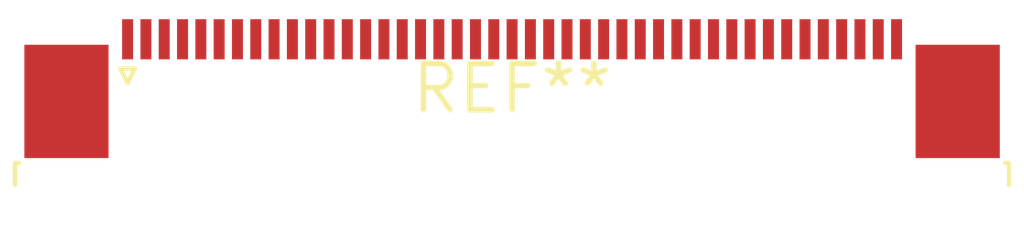
<source format=kicad_pcb>
(kicad_pcb (version 20240108) (generator pcbnew)
  (layers (0 "F.Cu" signal) (31 "B.Cu" signal) (34 "B.Paste" user) (35 "F.Paste" user) (36 "B.SilkS" user "B.Silkscreen") (37 "F.SilkS" user "F.Silkscreen") (38 "B.Mask" user) (39 "F.Mask" user) (44 "Edge.Cuts" user))
  (net 0 "")
  (footprint "TE_4-1734839-3_1x43-1MP_P0.5mm_Horizontal" (layer "F.Cu") (at 0 0)
    (property "Reference" "REF**")
    (property "Value" "PCB Edge")
    (fp_line (start -13.575 2.04) (end -13.575 2.64) (layer "F.SilkS") (stroke (width 0.12)))
    (fp_line (start -13.465 2.04) (end -13.575 2.04) (layer "F.SilkS") (stroke (width 0.12)))
    (fp_line (start -10.7 -0.55) (end -10.5 -0.15) (layer "F.SilkS") (stroke (width 0.12)))
    (fp_line (start -10.5 -0.15) (end -10.3 -0.55) (layer "F.SilkS") (stroke (width 0.12)))
    (fp_line (start -10.3 -0.55) (end -10.7 -0.55) (layer "F.SilkS") (stroke (width 0.12)))
    (fp_line (start 13.465 2.04) (end 13.575 2.04) (layer "F.SilkS") (stroke (width 0.12)))
    (fp_line (start 13.575 2.04) (end 13.575 2.64) (layer "F.SilkS") (stroke (width 0.12)))
    (pad "1" smd rect (at -10.5 -1.35) (size 0.3 1.1) (layers "F.Cu" "F.Paste" "F.Mask"))
    (pad "2" smd rect (at -10 -1.35) (size 0.3 1.1) (layers "F.Cu" "F.Paste" "F.Mask"))
    (pad "3" smd rect (at -9.5 -1.35) (size 0.3 1.1) (layers "F.Cu" "F.Paste" "F.Mask"))
    (pad "4" smd rect (at -9 -1.35) (size 0.3 1.1) (layers "F.Cu" "F.Paste" "F.Mask"))
    (pad "5" smd rect (at -8.5 -1.35) (size 0.3 1.1) (layers "F.Cu" "F.Paste" "F.Mask"))
    (pad "6" smd rect (at -8 -1.35) (size 0.3 1.1) (layers "F.Cu" "F.Paste" "F.Mask"))
    (pad "7" smd rect (at -7.5 -1.35) (size 0.3 1.1) (layers "F.Cu" "F.Paste" "F.Mask"))
    (pad "8" smd rect (at -7 -1.35) (size 0.3 1.1) (layers "F.Cu" "F.Paste" "F.Mask"))
    (pad "9" smd rect (at -6.5 -1.35) (size 0.3 1.1) (layers "F.Cu" "F.Paste" "F.Mask"))
    (pad "10" smd rect (at -6 -1.35) (size 0.3 1.1) (layers "F.Cu" "F.Paste" "F.Mask"))
    (pad "11" smd rect (at -5.5 -1.35) (size 0.3 1.1) (layers "F.Cu" "F.Paste" "F.Mask"))
    (pad "12" smd rect (at -5 -1.35) (size 0.3 1.1) (layers "F.Cu" "F.Paste" "F.Mask"))
    (pad "13" smd rect (at -4.5 -1.35) (size 0.3 1.1) (layers "F.Cu" "F.Paste" "F.Mask"))
    (pad "14" smd rect (at -4 -1.35) (size 0.3 1.1) (layers "F.Cu" "F.Paste" "F.Mask"))
    (pad "15" smd rect (at -3.5 -1.35) (size 0.3 1.1) (layers "F.Cu" "F.Paste" "F.Mask"))
    (pad "16" smd rect (at -3 -1.35) (size 0.3 1.1) (layers "F.Cu" "F.Paste" "F.Mask"))
    (pad "17" smd rect (at -2.5 -1.35) (size 0.3 1.1) (layers "F.Cu" "F.Paste" "F.Mask"))
    (pad "18" smd rect (at -2 -1.35) (size 0.3 1.1) (layers "F.Cu" "F.Paste" "F.Mask"))
    (pad "19" smd rect (at -1.5 -1.35) (size 0.3 1.1) (layers "F.Cu" "F.Paste" "F.Mask"))
    (pad "20" smd rect (at -1 -1.35) (size 0.3 1.1) (layers "F.Cu" "F.Paste" "F.Mask"))
    (pad "21" smd rect (at -0.5 -1.35) (size 0.3 1.1) (layers "F.Cu" "F.Paste" "F.Mask"))
    (pad "22" smd rect (at 0 -1.35) (size 0.3 1.1) (layers "F.Cu" "F.Paste" "F.Mask"))
    (pad "23" smd rect (at 0.5 -1.35) (size 0.3 1.1) (layers "F.Cu" "F.Paste" "F.Mask"))
    (pad "24" smd rect (at 1 -1.35) (size 0.3 1.1) (layers "F.Cu" "F.Paste" "F.Mask"))
    (pad "25" smd rect (at 1.5 -1.35) (size 0.3 1.1) (layers "F.Cu" "F.Paste" "F.Mask"))
    (pad "26" smd rect (at 2 -1.35) (size 0.3 1.1) (layers "F.Cu" "F.Paste" "F.Mask"))
    (pad "27" smd rect (at 2.5 -1.35) (size 0.3 1.1) (layers "F.Cu" "F.Paste" "F.Mask"))
    (pad "28" smd rect (at 3 -1.35) (size 0.3 1.1) (layers "F.Cu" "F.Paste" "F.Mask"))
    (pad "29" smd rect (at 3.5 -1.35) (size 0.3 1.1) (layers "F.Cu" "F.Paste" "F.Mask"))
    (pad "30" smd rect (at 4 -1.35) (size 0.3 1.1) (layers "F.Cu" "F.Paste" "F.Mask"))
    (pad "31" smd rect (at 4.5 -1.35) (size 0.3 1.1) (layers "F.Cu" "F.Paste" "F.Mask"))
    (pad "32" smd rect (at 5 -1.35) (size 0.3 1.1) (layers "F.Cu" "F.Paste" "F.Mask"))
    (pad "33" smd rect (at 5.5 -1.35) (size 0.3 1.1) (layers "F.Cu" "F.Paste" "F.Mask"))
    (pad "34" smd rect (at 6 -1.35) (size 0.3 1.1) (layers "F.Cu" "F.Paste" "F.Mask"))
    (pad "35" smd rect (at 6.5 -1.35) (size 0.3 1.1) (layers "F.Cu" "F.Paste" "F.Mask"))
    (pad "36" smd rect (at 7 -1.35) (size 0.3 1.1) (layers "F.Cu" "F.Paste" "F.Mask"))
    (pad "37" smd rect (at 7.5 -1.35) (size 0.3 1.1) (layers "F.Cu" "F.Paste" "F.Mask"))
    (pad "38" smd rect (at 8 -1.35) (size 0.3 1.1) (layers "F.Cu" "F.Paste" "F.Mask"))
    (pad "39" smd rect (at 8.5 -1.35) (size 0.3 1.1) (layers "F.Cu" "F.Paste" "F.Mask"))
    (pad "40" smd rect (at 9 -1.35) (size 0.3 1.1) (layers "F.Cu" "F.Paste" "F.Mask"))
    (pad "41" smd rect (at 9.5 -1.35) (size 0.3 1.1) (layers "F.Cu" "F.Paste" "F.Mask"))
    (pad "42" smd rect (at 10 -1.35) (size 0.3 1.1) (layers "F.Cu" "F.Paste" "F.Mask"))
    (pad "43" smd rect (at 10.5 -1.35) (size 0.3 1.1) (layers "F.Cu" "F.Paste" "F.Mask"))
    (pad "MP" smd rect (at -12.17 0.35) (size 2.3 3.1) (layers "F.Cu" "F.Paste" "F.Mask"))
    (pad "MP" smd rect (at 12.17 0.35) (size 2.3 3.1) (layers "F.Cu" "F.Paste" "F.Mask"))
  )
)
</source>
